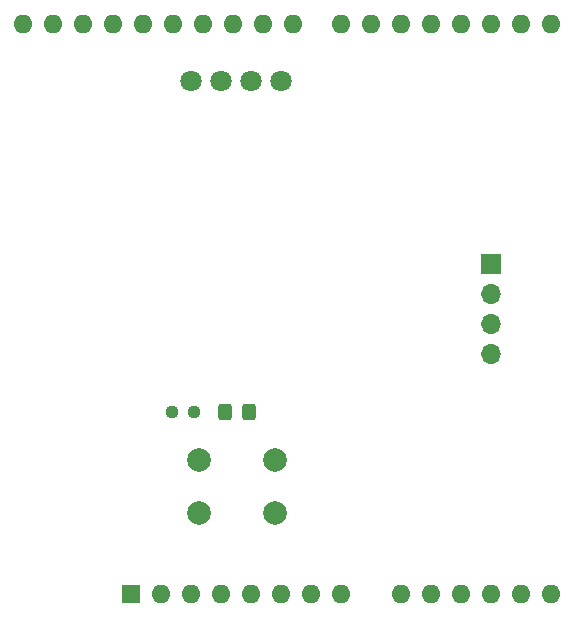
<source format=gbr>
%TF.GenerationSoftware,KiCad,Pcbnew,(6.0.2)*%
%TF.CreationDate,2022-03-01T12:54:46-05:00*%
%TF.ProjectId,arduino_shield,61726475-696e-46f5-9f73-6869656c642e,A*%
%TF.SameCoordinates,PX8954400PY4e95300*%
%TF.FileFunction,Soldermask,Top*%
%TF.FilePolarity,Negative*%
%FSLAX46Y46*%
G04 Gerber Fmt 4.6, Leading zero omitted, Abs format (unit mm)*
G04 Created by KiCad (PCBNEW (6.0.2)) date 2022-03-01 12:54:46*
%MOMM*%
%LPD*%
G01*
G04 APERTURE LIST*
G04 Aperture macros list*
%AMRoundRect*
0 Rectangle with rounded corners*
0 $1 Rounding radius*
0 $2 $3 $4 $5 $6 $7 $8 $9 X,Y pos of 4 corners*
0 Add a 4 corners polygon primitive as box body*
4,1,4,$2,$3,$4,$5,$6,$7,$8,$9,$2,$3,0*
0 Add four circle primitives for the rounded corners*
1,1,$1+$1,$2,$3*
1,1,$1+$1,$4,$5*
1,1,$1+$1,$6,$7*
1,1,$1+$1,$8,$9*
0 Add four rect primitives between the rounded corners*
20,1,$1+$1,$2,$3,$4,$5,0*
20,1,$1+$1,$4,$5,$6,$7,0*
20,1,$1+$1,$6,$7,$8,$9,0*
20,1,$1+$1,$8,$9,$2,$3,0*%
G04 Aperture macros list end*
%ADD10C,1.800000*%
%ADD11C,2.000000*%
%ADD12RoundRect,0.237500X0.250000X0.237500X-0.250000X0.237500X-0.250000X-0.237500X0.250000X-0.237500X0*%
%ADD13R,1.700000X1.700000*%
%ADD14O,1.700000X1.700000*%
%ADD15RoundRect,0.250000X-0.325000X-0.450000X0.325000X-0.450000X0.325000X0.450000X-0.325000X0.450000X0*%
%ADD16R,1.600000X1.600000*%
%ADD17O,1.600000X1.600000*%
G04 APERTURE END LIST*
D10*
%TO.C,DS1*%
X17940000Y-8300000D03*
X20480000Y-8300000D03*
X23020000Y-8300000D03*
X25560000Y-8300000D03*
%TD*%
D11*
%TO.C,SW1*%
X25050000Y-40400000D03*
X18550000Y-40400000D03*
X18550000Y-44900000D03*
X25050000Y-44900000D03*
%TD*%
D12*
%TO.C,R1*%
X18150000Y-36350000D03*
X16325000Y-36350000D03*
%TD*%
D13*
%TO.C,J1*%
X43270000Y-23815000D03*
D14*
X43270000Y-26355000D03*
X43270000Y-28895000D03*
X43270000Y-31435000D03*
%TD*%
D15*
%TO.C,D1*%
X20775000Y-36350000D03*
X22825000Y-36350000D03*
%TD*%
D16*
%TO.C,A1*%
X12825000Y-51740000D03*
D17*
X15365000Y-51740000D03*
X17905000Y-51740000D03*
X20445000Y-51740000D03*
X22985000Y-51740000D03*
X25525000Y-51740000D03*
X28065000Y-51740000D03*
X30605000Y-51740000D03*
X35685000Y-51740000D03*
X38225000Y-51740000D03*
X40765000Y-51740000D03*
X43305000Y-51740000D03*
X45845000Y-51740000D03*
X48385000Y-51740000D03*
X48385000Y-3480000D03*
X45845000Y-3480000D03*
X43305000Y-3480000D03*
X40765000Y-3480000D03*
X38225000Y-3480000D03*
X35685000Y-3480000D03*
X33145000Y-3480000D03*
X30605000Y-3480000D03*
X26545000Y-3480000D03*
X24005000Y-3480000D03*
X21465000Y-3480000D03*
X18925000Y-3480000D03*
X16385000Y-3480000D03*
X13845000Y-3480000D03*
X11305000Y-3480000D03*
X8765000Y-3480000D03*
X6225000Y-3480000D03*
X3685000Y-3480000D03*
%TD*%
M02*

</source>
